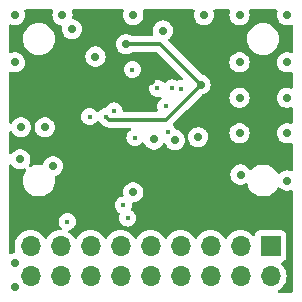
<source format=gbr>
%TF.GenerationSoftware,KiCad,Pcbnew,7.0.5*%
%TF.CreationDate,2024-03-10T15:58:08+09:00*%
%TF.ProjectId,camera_exp,63616d65-7261-45f6-9578-702e6b696361,rev?*%
%TF.SameCoordinates,Original*%
%TF.FileFunction,Copper,L3,Inr*%
%TF.FilePolarity,Positive*%
%FSLAX46Y46*%
G04 Gerber Fmt 4.6, Leading zero omitted, Abs format (unit mm)*
G04 Created by KiCad (PCBNEW 7.0.5) date 2024-03-10 15:58:08*
%MOMM*%
%LPD*%
G01*
G04 APERTURE LIST*
%TA.AperFunction,ComponentPad*%
%ADD10R,1.700000X1.700000*%
%TD*%
%TA.AperFunction,ComponentPad*%
%ADD11O,1.700000X1.700000*%
%TD*%
%TA.AperFunction,ViaPad*%
%ADD12C,0.450000*%
%TD*%
%TA.AperFunction,ViaPad*%
%ADD13C,0.700000*%
%TD*%
%TA.AperFunction,Conductor*%
%ADD14C,0.350000*%
%TD*%
G04 APERTURE END LIST*
D10*
%TO.N,/DVP_0*%
%TO.C,J1*%
X102620000Y-57560000D03*
D11*
%TO.N,/DVP_1*%
X102620000Y-60100000D03*
%TO.N,/DVP_2*%
X100080000Y-57560000D03*
%TO.N,/DVP_3*%
X100080000Y-60100000D03*
%TO.N,/DVP_4*%
X97540000Y-57560000D03*
%TO.N,/DVP_5*%
X97540000Y-60100000D03*
%TO.N,/DVP_6*%
X95000000Y-57560000D03*
%TO.N,/DVP_7*%
X95000000Y-60100000D03*
%TO.N,/DVP_8*%
X92460000Y-57560000D03*
%TO.N,/DVP_9*%
X92460000Y-60100000D03*
%TO.N,/VSYNC*%
X89920000Y-57560000D03*
%TO.N,/HREF*%
X89920000Y-60100000D03*
%TO.N,/PCLK*%
X87380000Y-57560000D03*
%TO.N,/EXCLK*%
X87380000Y-60100000D03*
%TO.N,/SDA*%
X84840000Y-57560000D03*
%TO.N,/SCL*%
X84840000Y-60100000D03*
%TO.N,+3V3*%
X82300000Y-57560000D03*
%TO.N,GND*%
X82300000Y-60100000D03*
%TD*%
D12*
%TO.N,GND*%
X87310000Y-46590000D03*
%TO.N,/SCL*%
X85410000Y-55480000D03*
%TO.N,/DVP_9*%
X90520000Y-55170000D03*
%TO.N,/DVP_6*%
X90170000Y-54090000D03*
%TO.N,+2V8*%
X90830000Y-43780000D03*
%TO.N,+1V8*%
X88700000Y-46590000D03*
%TO.N,/DVDD*%
X89370000Y-46110000D03*
%TO.N,GND*%
X91150000Y-48360000D03*
X93910000Y-47910000D03*
X93050000Y-44190000D03*
X95000000Y-44230000D03*
%TO.N,/DVDD*%
X94270000Y-44170000D03*
%TO.N,GND*%
X93750000Y-45720000D03*
%TO.N,/RSTB*%
X90921578Y-42602637D03*
D13*
%TO.N,/VR*%
X93500000Y-39300000D03*
%TO.N,+2V8*%
X103800000Y-55800000D03*
X101600000Y-55800000D03*
X81900000Y-54700000D03*
X83800000Y-54200000D03*
%TO.N,GND*%
X87800000Y-41500000D03*
X83500000Y-47500000D03*
X84201728Y-50798272D03*
X81434500Y-50200000D03*
X81500000Y-47500000D03*
X81000000Y-59000000D03*
X81000000Y-61000000D03*
X91000000Y-53000000D03*
X100080000Y-51490000D03*
X104000000Y-52000000D03*
X100000000Y-45000000D03*
X100000000Y-48000000D03*
X104000000Y-48000000D03*
X104000000Y-45000000D03*
X100000000Y-42000000D03*
X104000000Y-42000000D03*
X104000000Y-38000000D03*
X100000000Y-38000000D03*
X97000000Y-38000000D03*
X91000000Y-38000000D03*
X85000000Y-38000000D03*
X81000000Y-38000000D03*
X81000000Y-42000000D03*
%TO.N,+2V8*%
X89300000Y-42300000D03*
X96200000Y-47250000D03*
X84300000Y-45500000D03*
X85300000Y-44800000D03*
%TO.N,+1V8*%
X90400000Y-40450000D03*
X96700000Y-43870000D03*
%TO.N,GND*%
X85800000Y-39200000D03*
%TO.N,+2V8*%
X92511128Y-43570628D03*
%TO.N,/DVDD*%
X96500000Y-48330000D03*
X94520000Y-48570000D03*
%TO.N,/EXCLK*%
X92728200Y-48521800D03*
%TD*%
D14*
%TO.N,+1V8*%
X88940000Y-46840000D02*
X93730000Y-46840000D01*
X88700000Y-46600000D02*
X88940000Y-46840000D01*
X93730000Y-46840000D02*
X96700000Y-43870000D01*
X90400000Y-40450000D02*
X93280000Y-40450000D01*
X93280000Y-40450000D02*
X96700000Y-43870000D01*
%TD*%
%TA.AperFunction,Conductor*%
%TO.N,+2V8*%
G36*
X84164396Y-37520185D02*
G01*
X84210151Y-37572989D01*
X84220095Y-37642147D01*
X84215288Y-37662818D01*
X84163504Y-37822192D01*
X84163503Y-37822194D01*
X84144815Y-37999999D01*
X84163503Y-38177805D01*
X84163504Y-38177807D01*
X84218747Y-38347829D01*
X84218750Y-38347835D01*
X84308141Y-38502665D01*
X84349812Y-38548946D01*
X84427764Y-38635521D01*
X84427767Y-38635523D01*
X84427770Y-38635526D01*
X84572407Y-38740612D01*
X84735733Y-38813329D01*
X84735735Y-38813329D01*
X84735736Y-38813330D01*
X84786442Y-38824107D01*
X84877563Y-38843476D01*
X84939044Y-38876667D01*
X84972821Y-38937830D01*
X84969714Y-39003081D01*
X84963503Y-39022194D01*
X84944815Y-39200000D01*
X84963503Y-39377805D01*
X84963504Y-39377807D01*
X85018747Y-39547829D01*
X85018750Y-39547835D01*
X85108141Y-39702665D01*
X85143429Y-39741856D01*
X85227764Y-39835521D01*
X85227767Y-39835523D01*
X85227770Y-39835526D01*
X85372407Y-39940612D01*
X85535733Y-40013329D01*
X85710609Y-40050500D01*
X85710610Y-40050500D01*
X85889389Y-40050500D01*
X85889391Y-40050500D01*
X86064267Y-40013329D01*
X86227593Y-39940612D01*
X86372230Y-39835526D01*
X86391185Y-39814475D01*
X86428813Y-39772684D01*
X86491859Y-39702665D01*
X86581250Y-39547835D01*
X86636497Y-39377803D01*
X86655185Y-39200000D01*
X86636497Y-39022197D01*
X86581250Y-38852165D01*
X86491859Y-38697335D01*
X86436201Y-38635521D01*
X86372235Y-38564478D01*
X86372232Y-38564476D01*
X86372231Y-38564475D01*
X86372230Y-38564474D01*
X86227593Y-38459388D01*
X86064267Y-38386671D01*
X86064265Y-38386670D01*
X85922436Y-38356524D01*
X85860954Y-38323332D01*
X85827178Y-38262169D01*
X85830286Y-38196915D01*
X85836497Y-38177803D01*
X85855185Y-38000000D01*
X85836497Y-37822197D01*
X85816858Y-37761756D01*
X85784712Y-37662818D01*
X85782717Y-37592977D01*
X85818798Y-37533144D01*
X85881499Y-37502316D01*
X85902643Y-37500500D01*
X90097357Y-37500500D01*
X90164396Y-37520185D01*
X90210151Y-37572989D01*
X90220095Y-37642147D01*
X90215288Y-37662818D01*
X90163504Y-37822192D01*
X90163503Y-37822194D01*
X90144815Y-38000000D01*
X90163503Y-38177805D01*
X90163504Y-38177807D01*
X90218747Y-38347829D01*
X90218750Y-38347835D01*
X90308141Y-38502665D01*
X90349812Y-38548946D01*
X90427764Y-38635521D01*
X90427767Y-38635523D01*
X90427770Y-38635526D01*
X90572407Y-38740612D01*
X90735733Y-38813329D01*
X90910609Y-38850500D01*
X90910610Y-38850500D01*
X91089389Y-38850500D01*
X91089391Y-38850500D01*
X91264267Y-38813329D01*
X91427593Y-38740612D01*
X91572230Y-38635526D01*
X91691859Y-38502665D01*
X91781250Y-38347835D01*
X91836497Y-38177803D01*
X91855185Y-38000000D01*
X91836497Y-37822197D01*
X91816858Y-37761756D01*
X91784712Y-37662818D01*
X91782717Y-37592977D01*
X91818798Y-37533144D01*
X91881499Y-37502316D01*
X91902643Y-37500500D01*
X96097357Y-37500500D01*
X96164396Y-37520185D01*
X96210151Y-37572989D01*
X96220095Y-37642147D01*
X96215288Y-37662818D01*
X96163504Y-37822192D01*
X96163503Y-37822194D01*
X96144815Y-38000000D01*
X96163503Y-38177805D01*
X96163504Y-38177807D01*
X96218747Y-38347829D01*
X96218750Y-38347835D01*
X96308141Y-38502665D01*
X96349812Y-38548946D01*
X96427764Y-38635521D01*
X96427767Y-38635523D01*
X96427770Y-38635526D01*
X96572407Y-38740612D01*
X96735733Y-38813329D01*
X96910609Y-38850500D01*
X96910610Y-38850500D01*
X97089389Y-38850500D01*
X97089391Y-38850500D01*
X97264267Y-38813329D01*
X97427593Y-38740612D01*
X97572230Y-38635526D01*
X97691859Y-38502665D01*
X97781250Y-38347835D01*
X97836497Y-38177803D01*
X97855185Y-38000000D01*
X97836497Y-37822197D01*
X97816858Y-37761756D01*
X97784712Y-37662818D01*
X97782717Y-37592977D01*
X97818798Y-37533144D01*
X97881499Y-37502316D01*
X97902643Y-37500500D01*
X99097357Y-37500500D01*
X99164396Y-37520185D01*
X99210151Y-37572989D01*
X99220095Y-37642147D01*
X99215288Y-37662818D01*
X99163504Y-37822192D01*
X99163503Y-37822194D01*
X99144815Y-38000000D01*
X99163503Y-38177805D01*
X99163504Y-38177807D01*
X99218747Y-38347829D01*
X99218750Y-38347835D01*
X99308141Y-38502665D01*
X99349812Y-38548946D01*
X99427764Y-38635521D01*
X99427767Y-38635523D01*
X99427770Y-38635526D01*
X99572407Y-38740612D01*
X99735733Y-38813329D01*
X99910609Y-38850500D01*
X99910610Y-38850500D01*
X100089389Y-38850500D01*
X100089391Y-38850500D01*
X100264267Y-38813329D01*
X100427593Y-38740612D01*
X100572230Y-38635526D01*
X100691859Y-38502665D01*
X100781250Y-38347835D01*
X100836497Y-38177803D01*
X100855185Y-38000000D01*
X100836497Y-37822197D01*
X100816858Y-37761756D01*
X100784712Y-37662818D01*
X100782717Y-37592977D01*
X100818798Y-37533144D01*
X100881499Y-37502316D01*
X100902643Y-37500500D01*
X103097357Y-37500500D01*
X103164396Y-37520185D01*
X103210151Y-37572989D01*
X103220095Y-37642147D01*
X103215288Y-37662818D01*
X103163504Y-37822192D01*
X103163503Y-37822194D01*
X103144815Y-37999999D01*
X103163503Y-38177805D01*
X103163504Y-38177807D01*
X103218747Y-38347829D01*
X103218750Y-38347835D01*
X103308141Y-38502665D01*
X103349812Y-38548946D01*
X103427764Y-38635521D01*
X103427767Y-38635523D01*
X103427770Y-38635526D01*
X103572407Y-38740612D01*
X103735733Y-38813329D01*
X103910609Y-38850500D01*
X103910610Y-38850500D01*
X104089389Y-38850500D01*
X104089391Y-38850500D01*
X104264267Y-38813329D01*
X104325065Y-38786259D01*
X104394314Y-38776975D01*
X104457590Y-38806603D01*
X104494804Y-38865737D01*
X104499500Y-38899539D01*
X104499500Y-41100460D01*
X104479815Y-41167499D01*
X104427011Y-41213254D01*
X104357853Y-41223198D01*
X104325065Y-41213740D01*
X104264267Y-41186671D01*
X104264265Y-41186670D01*
X104101952Y-41152170D01*
X104089391Y-41149500D01*
X103910609Y-41149500D01*
X103898048Y-41152170D01*
X103735733Y-41186670D01*
X103735728Y-41186672D01*
X103572408Y-41259387D01*
X103427768Y-41364475D01*
X103308140Y-41497336D01*
X103218750Y-41652164D01*
X103218747Y-41652170D01*
X103163504Y-41822192D01*
X103163503Y-41822194D01*
X103144815Y-42000000D01*
X103163503Y-42177805D01*
X103163504Y-42177807D01*
X103218747Y-42347829D01*
X103218750Y-42347835D01*
X103308141Y-42502665D01*
X103349812Y-42548946D01*
X103427764Y-42635521D01*
X103427767Y-42635523D01*
X103427770Y-42635526D01*
X103572407Y-42740612D01*
X103735733Y-42813329D01*
X103910609Y-42850500D01*
X103910610Y-42850500D01*
X104089389Y-42850500D01*
X104089391Y-42850500D01*
X104264267Y-42813329D01*
X104325065Y-42786259D01*
X104394314Y-42776975D01*
X104457590Y-42806603D01*
X104494804Y-42865737D01*
X104499500Y-42899539D01*
X104499500Y-44100460D01*
X104479815Y-44167499D01*
X104427011Y-44213254D01*
X104357853Y-44223198D01*
X104325065Y-44213740D01*
X104264267Y-44186671D01*
X104264265Y-44186670D01*
X104136594Y-44159533D01*
X104089391Y-44149500D01*
X103910609Y-44149500D01*
X103879954Y-44156015D01*
X103735733Y-44186670D01*
X103735728Y-44186672D01*
X103572408Y-44259387D01*
X103427768Y-44364475D01*
X103308140Y-44497336D01*
X103218750Y-44652164D01*
X103218747Y-44652170D01*
X103163504Y-44822192D01*
X103163503Y-44822194D01*
X103144815Y-45000000D01*
X103163503Y-45177805D01*
X103163504Y-45177807D01*
X103218747Y-45347829D01*
X103218750Y-45347835D01*
X103308141Y-45502665D01*
X103341030Y-45539192D01*
X103427764Y-45635521D01*
X103427767Y-45635523D01*
X103427770Y-45635526D01*
X103572407Y-45740612D01*
X103735733Y-45813329D01*
X103910609Y-45850500D01*
X103910610Y-45850500D01*
X104089389Y-45850500D01*
X104089391Y-45850500D01*
X104264267Y-45813329D01*
X104325065Y-45786259D01*
X104394314Y-45776975D01*
X104457590Y-45806603D01*
X104494804Y-45865737D01*
X104499500Y-45899539D01*
X104499500Y-47100460D01*
X104479815Y-47167499D01*
X104427011Y-47213254D01*
X104357853Y-47223198D01*
X104325065Y-47213740D01*
X104264267Y-47186671D01*
X104264265Y-47186670D01*
X104101952Y-47152170D01*
X104089391Y-47149500D01*
X103910609Y-47149500D01*
X103898048Y-47152170D01*
X103735733Y-47186670D01*
X103735728Y-47186672D01*
X103572408Y-47259387D01*
X103427768Y-47364475D01*
X103308140Y-47497336D01*
X103218750Y-47652164D01*
X103218747Y-47652170D01*
X103163504Y-47822192D01*
X103163503Y-47822194D01*
X103144815Y-48000000D01*
X103163503Y-48177805D01*
X103163504Y-48177807D01*
X103218747Y-48347829D01*
X103218750Y-48347835D01*
X103308141Y-48502665D01*
X103349812Y-48548946D01*
X103427764Y-48635521D01*
X103427767Y-48635523D01*
X103427770Y-48635526D01*
X103572407Y-48740612D01*
X103735733Y-48813329D01*
X103910609Y-48850500D01*
X103910610Y-48850500D01*
X104089389Y-48850500D01*
X104089391Y-48850500D01*
X104264267Y-48813329D01*
X104325065Y-48786259D01*
X104394314Y-48776975D01*
X104457590Y-48806603D01*
X104494804Y-48865737D01*
X104499500Y-48899539D01*
X104499500Y-51100460D01*
X104479815Y-51167499D01*
X104427011Y-51213254D01*
X104357853Y-51223198D01*
X104325065Y-51213740D01*
X104264267Y-51186671D01*
X104264265Y-51186670D01*
X104126633Y-51157416D01*
X104089391Y-51149500D01*
X103910609Y-51149500D01*
X103879954Y-51156015D01*
X103735733Y-51186670D01*
X103735728Y-51186672D01*
X103572408Y-51259387D01*
X103427768Y-51364475D01*
X103398959Y-51396471D01*
X103339472Y-51433119D01*
X103269615Y-51431788D01*
X103211567Y-51392901D01*
X103194428Y-51365903D01*
X103174035Y-51322171D01*
X103174034Y-51322169D01*
X103038494Y-51128597D01*
X102871402Y-50961505D01*
X102677830Y-50825965D01*
X102677828Y-50825964D01*
X102506426Y-50746038D01*
X102463663Y-50726097D01*
X102463659Y-50726096D01*
X102463655Y-50726094D01*
X102235413Y-50664938D01*
X102235403Y-50664936D01*
X102058967Y-50649500D01*
X102058966Y-50649500D01*
X101941034Y-50649500D01*
X101941033Y-50649500D01*
X101764596Y-50664936D01*
X101764586Y-50664938D01*
X101536344Y-50726094D01*
X101536335Y-50726098D01*
X101322171Y-50825964D01*
X101322169Y-50825965D01*
X101128600Y-50961503D01*
X101007248Y-51082855D01*
X100945925Y-51116339D01*
X100876233Y-51111355D01*
X100820300Y-51069483D01*
X100812180Y-51057173D01*
X100807487Y-51049046D01*
X100771859Y-50987335D01*
X100725003Y-50935296D01*
X100652235Y-50854478D01*
X100652232Y-50854476D01*
X100652231Y-50854475D01*
X100652230Y-50854474D01*
X100507593Y-50749388D01*
X100344267Y-50676671D01*
X100344265Y-50676670D01*
X100216437Y-50649500D01*
X100169391Y-50639500D01*
X99990609Y-50639500D01*
X99959954Y-50646015D01*
X99815733Y-50676670D01*
X99815728Y-50676672D01*
X99652408Y-50749387D01*
X99507768Y-50854475D01*
X99388140Y-50987336D01*
X99298750Y-51142164D01*
X99298747Y-51142170D01*
X99243504Y-51312192D01*
X99243503Y-51312194D01*
X99224815Y-51490000D01*
X99243503Y-51667805D01*
X99243504Y-51667807D01*
X99298747Y-51837829D01*
X99298750Y-51837835D01*
X99388141Y-51992665D01*
X99429812Y-52038946D01*
X99507764Y-52125521D01*
X99507767Y-52125523D01*
X99507770Y-52125526D01*
X99652407Y-52230612D01*
X99815733Y-52303329D01*
X99990609Y-52340500D01*
X99990610Y-52340500D01*
X100169389Y-52340500D01*
X100169391Y-52340500D01*
X100344267Y-52303329D01*
X100507593Y-52230612D01*
X100507595Y-52230610D01*
X100513530Y-52227968D01*
X100514666Y-52230520D01*
X100570586Y-52216904D01*
X100636633Y-52239699D01*
X100679871Y-52294583D01*
X100684568Y-52308675D01*
X100726095Y-52463658D01*
X100726096Y-52463660D01*
X100726097Y-52463663D01*
X100741799Y-52497335D01*
X100825964Y-52677828D01*
X100825965Y-52677830D01*
X100961505Y-52871402D01*
X101128597Y-53038494D01*
X101322169Y-53174034D01*
X101322171Y-53174035D01*
X101536337Y-53273903D01*
X101764592Y-53335063D01*
X101941032Y-53350499D01*
X101941033Y-53350500D01*
X101941034Y-53350500D01*
X102058967Y-53350500D01*
X102058967Y-53350499D01*
X102235408Y-53335063D01*
X102463663Y-53273903D01*
X102677829Y-53174035D01*
X102871401Y-53038495D01*
X103038495Y-52871401D01*
X103174035Y-52677830D01*
X103194428Y-52634096D01*
X103240598Y-52581659D01*
X103307791Y-52562506D01*
X103374673Y-52582721D01*
X103398958Y-52603529D01*
X103427763Y-52635520D01*
X103427767Y-52635523D01*
X103427770Y-52635526D01*
X103572407Y-52740612D01*
X103735733Y-52813329D01*
X103910609Y-52850500D01*
X103910610Y-52850500D01*
X104089389Y-52850500D01*
X104089391Y-52850500D01*
X104264267Y-52813329D01*
X104325065Y-52786259D01*
X104394314Y-52776975D01*
X104457590Y-52806603D01*
X104494804Y-52865737D01*
X104499500Y-52899539D01*
X104499500Y-61375500D01*
X104479815Y-61442539D01*
X104427011Y-61488294D01*
X104375500Y-61499500D01*
X103369110Y-61499500D01*
X103302071Y-61479815D01*
X103256316Y-61427011D01*
X103246372Y-61357853D01*
X103275397Y-61294297D01*
X103297987Y-61273925D01*
X103491401Y-61138495D01*
X103658495Y-60971401D01*
X103794035Y-60777830D01*
X103893903Y-60563663D01*
X103955063Y-60335408D01*
X103975659Y-60100000D01*
X103955063Y-59864592D01*
X103893903Y-59636337D01*
X103794035Y-59422171D01*
X103788424Y-59414158D01*
X103658496Y-59228600D01*
X103658493Y-59228597D01*
X103536567Y-59106671D01*
X103503084Y-59045351D01*
X103508068Y-58975659D01*
X103549939Y-58919725D01*
X103580915Y-58902810D01*
X103712331Y-58853796D01*
X103827546Y-58767546D01*
X103913796Y-58652331D01*
X103964091Y-58517483D01*
X103970500Y-58457873D01*
X103970499Y-56662128D01*
X103964091Y-56602517D01*
X103962810Y-56599083D01*
X103913797Y-56467671D01*
X103913793Y-56467664D01*
X103827547Y-56352455D01*
X103827544Y-56352452D01*
X103712335Y-56266206D01*
X103712328Y-56266202D01*
X103577482Y-56215908D01*
X103577483Y-56215908D01*
X103517883Y-56209501D01*
X103517881Y-56209500D01*
X103517873Y-56209500D01*
X103517864Y-56209500D01*
X101722129Y-56209500D01*
X101722123Y-56209501D01*
X101662516Y-56215908D01*
X101527671Y-56266202D01*
X101527664Y-56266206D01*
X101412455Y-56352452D01*
X101412452Y-56352455D01*
X101326206Y-56467664D01*
X101326203Y-56467669D01*
X101277189Y-56599083D01*
X101235317Y-56655016D01*
X101169853Y-56679433D01*
X101101580Y-56664581D01*
X101073326Y-56643430D01*
X100951402Y-56521506D01*
X100951395Y-56521501D01*
X100757834Y-56385967D01*
X100757830Y-56385965D01*
X100757830Y-56385964D01*
X100543663Y-56286097D01*
X100543659Y-56286096D01*
X100543655Y-56286094D01*
X100315413Y-56224938D01*
X100315403Y-56224936D01*
X100080001Y-56204341D01*
X100079999Y-56204341D01*
X99844596Y-56224936D01*
X99844586Y-56224938D01*
X99616344Y-56286094D01*
X99616335Y-56286098D01*
X99402171Y-56385964D01*
X99402169Y-56385965D01*
X99208597Y-56521505D01*
X99041505Y-56688597D01*
X98911575Y-56874158D01*
X98856998Y-56917783D01*
X98787500Y-56924977D01*
X98725145Y-56893454D01*
X98708425Y-56874158D01*
X98578494Y-56688597D01*
X98411402Y-56521506D01*
X98411395Y-56521501D01*
X98217834Y-56385967D01*
X98217830Y-56385965D01*
X98217829Y-56385964D01*
X98003663Y-56286097D01*
X98003659Y-56286096D01*
X98003655Y-56286094D01*
X97775413Y-56224938D01*
X97775403Y-56224936D01*
X97540001Y-56204341D01*
X97539999Y-56204341D01*
X97304596Y-56224936D01*
X97304586Y-56224938D01*
X97076344Y-56286094D01*
X97076335Y-56286098D01*
X96862171Y-56385964D01*
X96862169Y-56385965D01*
X96668597Y-56521505D01*
X96501505Y-56688597D01*
X96371575Y-56874158D01*
X96316998Y-56917783D01*
X96247500Y-56924977D01*
X96185145Y-56893454D01*
X96168425Y-56874158D01*
X96038494Y-56688597D01*
X95871402Y-56521506D01*
X95871395Y-56521501D01*
X95677834Y-56385967D01*
X95677830Y-56385965D01*
X95677830Y-56385964D01*
X95463663Y-56286097D01*
X95463659Y-56286096D01*
X95463655Y-56286094D01*
X95235413Y-56224938D01*
X95235403Y-56224936D01*
X95000001Y-56204341D01*
X94999999Y-56204341D01*
X94764596Y-56224936D01*
X94764586Y-56224938D01*
X94536344Y-56286094D01*
X94536335Y-56286098D01*
X94322171Y-56385964D01*
X94322169Y-56385965D01*
X94128597Y-56521505D01*
X93961505Y-56688597D01*
X93831575Y-56874158D01*
X93776998Y-56917783D01*
X93707500Y-56924977D01*
X93645145Y-56893454D01*
X93628425Y-56874158D01*
X93498494Y-56688597D01*
X93331402Y-56521506D01*
X93331395Y-56521501D01*
X93137834Y-56385967D01*
X93137830Y-56385965D01*
X93137830Y-56385964D01*
X92923663Y-56286097D01*
X92923659Y-56286096D01*
X92923655Y-56286094D01*
X92695413Y-56224938D01*
X92695403Y-56224936D01*
X92460001Y-56204341D01*
X92459999Y-56204341D01*
X92224596Y-56224936D01*
X92224586Y-56224938D01*
X91996344Y-56286094D01*
X91996335Y-56286098D01*
X91782171Y-56385964D01*
X91782169Y-56385965D01*
X91588597Y-56521505D01*
X91421505Y-56688597D01*
X91291575Y-56874158D01*
X91236998Y-56917783D01*
X91167500Y-56924977D01*
X91105145Y-56893454D01*
X91088425Y-56874158D01*
X90958494Y-56688597D01*
X90791402Y-56521506D01*
X90791395Y-56521501D01*
X90597834Y-56385967D01*
X90597830Y-56385965D01*
X90597829Y-56385964D01*
X90383663Y-56286097D01*
X90383659Y-56286096D01*
X90383655Y-56286094D01*
X90155413Y-56224938D01*
X90155403Y-56224936D01*
X89920001Y-56204341D01*
X89919999Y-56204341D01*
X89684596Y-56224936D01*
X89684586Y-56224938D01*
X89456344Y-56286094D01*
X89456335Y-56286098D01*
X89242171Y-56385964D01*
X89242169Y-56385965D01*
X89048597Y-56521505D01*
X88881505Y-56688597D01*
X88751575Y-56874158D01*
X88696998Y-56917783D01*
X88627500Y-56924977D01*
X88565145Y-56893454D01*
X88548425Y-56874158D01*
X88418494Y-56688597D01*
X88251402Y-56521506D01*
X88251395Y-56521501D01*
X88057834Y-56385967D01*
X88057830Y-56385965D01*
X88057829Y-56385964D01*
X87843663Y-56286097D01*
X87843659Y-56286096D01*
X87843655Y-56286094D01*
X87615413Y-56224938D01*
X87615403Y-56224936D01*
X87380001Y-56204341D01*
X87379999Y-56204341D01*
X87144596Y-56224936D01*
X87144586Y-56224938D01*
X86916344Y-56286094D01*
X86916335Y-56286098D01*
X86702171Y-56385964D01*
X86702169Y-56385965D01*
X86508597Y-56521505D01*
X86341508Y-56688594D01*
X86211574Y-56874159D01*
X86156997Y-56917784D01*
X86087498Y-56924976D01*
X86025144Y-56893454D01*
X86008424Y-56874158D01*
X85878494Y-56688597D01*
X85711402Y-56521506D01*
X85711401Y-56521505D01*
X85549251Y-56407966D01*
X85505626Y-56353389D01*
X85498434Y-56283890D01*
X85529956Y-56221536D01*
X85579417Y-56189351D01*
X85697903Y-56147891D01*
X85726773Y-56137790D01*
X85745957Y-56125736D01*
X85865204Y-56050808D01*
X85980808Y-55935204D01*
X86067789Y-55796775D01*
X86121786Y-55642461D01*
X86121787Y-55642455D01*
X86140091Y-55480003D01*
X86140091Y-55479996D01*
X86121787Y-55317544D01*
X86121786Y-55317542D01*
X86121786Y-55317539D01*
X86067789Y-55163225D01*
X85980808Y-55024796D01*
X85865204Y-54909192D01*
X85794488Y-54864758D01*
X85726774Y-54822210D01*
X85580837Y-54771145D01*
X85572461Y-54768214D01*
X85572460Y-54768213D01*
X85572455Y-54768212D01*
X85410004Y-54749909D01*
X85409996Y-54749909D01*
X85247544Y-54768212D01*
X85093225Y-54822210D01*
X84954795Y-54909192D01*
X84839192Y-55024795D01*
X84752210Y-55163225D01*
X84698212Y-55317544D01*
X84679909Y-55479996D01*
X84679909Y-55480003D01*
X84698212Y-55642455D01*
X84752210Y-55796774D01*
X84839192Y-55935204D01*
X84898709Y-55994721D01*
X84932194Y-56056044D01*
X84927210Y-56125736D01*
X84885338Y-56181669D01*
X84821836Y-56205930D01*
X84604596Y-56224936D01*
X84604586Y-56224938D01*
X84376344Y-56286094D01*
X84376335Y-56286098D01*
X84162171Y-56385964D01*
X84162169Y-56385965D01*
X83968597Y-56521505D01*
X83801505Y-56688597D01*
X83671575Y-56874158D01*
X83616998Y-56917783D01*
X83547500Y-56924977D01*
X83485145Y-56893454D01*
X83468425Y-56874158D01*
X83338494Y-56688597D01*
X83171402Y-56521506D01*
X83171395Y-56521501D01*
X82977834Y-56385967D01*
X82977830Y-56385965D01*
X82977830Y-56385964D01*
X82763663Y-56286097D01*
X82763659Y-56286096D01*
X82763655Y-56286094D01*
X82535413Y-56224938D01*
X82535403Y-56224936D01*
X82300001Y-56204341D01*
X82299999Y-56204341D01*
X82064596Y-56224936D01*
X82064586Y-56224938D01*
X81836344Y-56286094D01*
X81836335Y-56286098D01*
X81622171Y-56385964D01*
X81622169Y-56385965D01*
X81428597Y-56521505D01*
X81261505Y-56688597D01*
X81125965Y-56882169D01*
X81125964Y-56882171D01*
X81026098Y-57096335D01*
X81026094Y-57096344D01*
X80964938Y-57324586D01*
X80964936Y-57324596D01*
X80944341Y-57559999D01*
X80944341Y-57560000D01*
X80964936Y-57795403D01*
X80964938Y-57795413D01*
X81018151Y-57994009D01*
X81016488Y-58063859D01*
X80977325Y-58121721D01*
X80916852Y-58147616D01*
X80916966Y-58148149D01*
X80914273Y-58148721D01*
X80913097Y-58149225D01*
X80911358Y-58149421D01*
X80910612Y-58149499D01*
X80735733Y-58186670D01*
X80674935Y-58213740D01*
X80605685Y-58223024D01*
X80542409Y-58193396D01*
X80505196Y-58134261D01*
X80500500Y-58100460D01*
X80500500Y-54090003D01*
X89439909Y-54090003D01*
X89458212Y-54252455D01*
X89512210Y-54406774D01*
X89599192Y-54545204D01*
X89714797Y-54660809D01*
X89807106Y-54718811D01*
X89853396Y-54771145D01*
X89864044Y-54840199D01*
X89858175Y-54864758D01*
X89808212Y-55007544D01*
X89789909Y-55169996D01*
X89789909Y-55170003D01*
X89808212Y-55332455D01*
X89862210Y-55486774D01*
X89862211Y-55486775D01*
X89949192Y-55625204D01*
X90064796Y-55740808D01*
X90203225Y-55827789D01*
X90357539Y-55881786D01*
X90357542Y-55881786D01*
X90357544Y-55881787D01*
X90519996Y-55900091D01*
X90520000Y-55900091D01*
X90520004Y-55900091D01*
X90682455Y-55881787D01*
X90682456Y-55881786D01*
X90682461Y-55881786D01*
X90836775Y-55827789D01*
X90975204Y-55740808D01*
X91090808Y-55625204D01*
X91177789Y-55486775D01*
X91231786Y-55332461D01*
X91233467Y-55317544D01*
X91250091Y-55170003D01*
X91250091Y-55169996D01*
X91231787Y-55007544D01*
X91231786Y-55007542D01*
X91231786Y-55007539D01*
X91177789Y-54853225D01*
X91090808Y-54714796D01*
X90975204Y-54599192D01*
X90882890Y-54541187D01*
X90836602Y-54488856D01*
X90825953Y-54419802D01*
X90831821Y-54395249D01*
X90881786Y-54252461D01*
X90881786Y-54252459D01*
X90881787Y-54252457D01*
X90900091Y-54090003D01*
X90900091Y-54089997D01*
X90888642Y-53988384D01*
X90900696Y-53919562D01*
X90948046Y-53868182D01*
X91011862Y-53850500D01*
X91089389Y-53850500D01*
X91089391Y-53850500D01*
X91264267Y-53813329D01*
X91427593Y-53740612D01*
X91572230Y-53635526D01*
X91572888Y-53634796D01*
X91598148Y-53606741D01*
X91691859Y-53502665D01*
X91781250Y-53347835D01*
X91836497Y-53177803D01*
X91855185Y-53000000D01*
X91836497Y-52822197D01*
X91793013Y-52688367D01*
X91781252Y-52652170D01*
X91781249Y-52652164D01*
X91771643Y-52635526D01*
X91691859Y-52497335D01*
X91645003Y-52445296D01*
X91572235Y-52364478D01*
X91572232Y-52364476D01*
X91572231Y-52364475D01*
X91572230Y-52364474D01*
X91427593Y-52259388D01*
X91264267Y-52186671D01*
X91264265Y-52186670D01*
X91136594Y-52159533D01*
X91089391Y-52149500D01*
X90910609Y-52149500D01*
X90879954Y-52156015D01*
X90735733Y-52186670D01*
X90735728Y-52186672D01*
X90572408Y-52259387D01*
X90427768Y-52364475D01*
X90308140Y-52497336D01*
X90218750Y-52652164D01*
X90218747Y-52652170D01*
X90163504Y-52822192D01*
X90163503Y-52822194D01*
X90144815Y-53000000D01*
X90163503Y-53177805D01*
X90173854Y-53209661D01*
X90175848Y-53279502D01*
X90139766Y-53339334D01*
X90077065Y-53370161D01*
X90069806Y-53371197D01*
X90007544Y-53378212D01*
X89853225Y-53432210D01*
X89714795Y-53519192D01*
X89599192Y-53634795D01*
X89512210Y-53773225D01*
X89458212Y-53927544D01*
X89439909Y-54089996D01*
X89439909Y-54090003D01*
X80500500Y-54090003D01*
X80500500Y-50746038D01*
X80520185Y-50678999D01*
X80572989Y-50633244D01*
X80642147Y-50623300D01*
X80705703Y-50652325D01*
X80731887Y-50684039D01*
X80739688Y-50697551D01*
X80742640Y-50702663D01*
X80742639Y-50702663D01*
X80862264Y-50835521D01*
X80862267Y-50835523D01*
X80862270Y-50835526D01*
X81006907Y-50940612D01*
X81170233Y-51013329D01*
X81345109Y-51050500D01*
X81345110Y-51050500D01*
X81523889Y-51050500D01*
X81523891Y-51050500D01*
X81698767Y-51013329D01*
X81789317Y-50973013D01*
X81858565Y-50963729D01*
X81921842Y-50993357D01*
X81959055Y-51052492D01*
X81958390Y-51122358D01*
X81941326Y-51157416D01*
X81825967Y-51322165D01*
X81825965Y-51322169D01*
X81726098Y-51536335D01*
X81726094Y-51536344D01*
X81664938Y-51764586D01*
X81664936Y-51764596D01*
X81644341Y-51999999D01*
X81644341Y-52000000D01*
X81664936Y-52235403D01*
X81664938Y-52235413D01*
X81726094Y-52463655D01*
X81726096Y-52463659D01*
X81726097Y-52463663D01*
X81741799Y-52497335D01*
X81825964Y-52677828D01*
X81825965Y-52677830D01*
X81961505Y-52871402D01*
X82128597Y-53038494D01*
X82322169Y-53174034D01*
X82322171Y-53174035D01*
X82536337Y-53273903D01*
X82764592Y-53335063D01*
X82941032Y-53350499D01*
X82941033Y-53350500D01*
X82941034Y-53350500D01*
X83058967Y-53350500D01*
X83058967Y-53350499D01*
X83235408Y-53335063D01*
X83463663Y-53273903D01*
X83677829Y-53174035D01*
X83871401Y-53038495D01*
X84038495Y-52871401D01*
X84174035Y-52677830D01*
X84273903Y-52463663D01*
X84335063Y-52235408D01*
X84355659Y-52000000D01*
X84335063Y-51764592D01*
X84335060Y-51764584D01*
X84334585Y-51761885D01*
X84334720Y-51760673D01*
X84334591Y-51759199D01*
X84334887Y-51759173D01*
X84342325Y-51692445D01*
X84386379Y-51638214D01*
X84430916Y-51619057D01*
X84465995Y-51611601D01*
X84629321Y-51538884D01*
X84773958Y-51433798D01*
X84774570Y-51433119D01*
X84810782Y-51392901D01*
X84893587Y-51300937D01*
X84982978Y-51146107D01*
X85038225Y-50976075D01*
X85056913Y-50798272D01*
X85038225Y-50620469D01*
X84982978Y-50450437D01*
X84893587Y-50295607D01*
X84846731Y-50243568D01*
X84773963Y-50162750D01*
X84773960Y-50162748D01*
X84773959Y-50162747D01*
X84773958Y-50162746D01*
X84629321Y-50057660D01*
X84465995Y-49984943D01*
X84465993Y-49984942D01*
X84338322Y-49957805D01*
X84291119Y-49947772D01*
X84112337Y-49947772D01*
X84081682Y-49954287D01*
X83937461Y-49984942D01*
X83937456Y-49984944D01*
X83774136Y-50057659D01*
X83629496Y-50162747D01*
X83509868Y-50295608D01*
X83420478Y-50450436D01*
X83420476Y-50450440D01*
X83377839Y-50581663D01*
X83338401Y-50639338D01*
X83274042Y-50666536D01*
X83238380Y-50665461D01*
X83235408Y-50664937D01*
X83058967Y-50649500D01*
X83058966Y-50649500D01*
X82941034Y-50649500D01*
X82941033Y-50649500D01*
X82764596Y-50664936D01*
X82764586Y-50664938D01*
X82536344Y-50726094D01*
X82536335Y-50726098D01*
X82317264Y-50828253D01*
X82316767Y-50827187D01*
X82254528Y-50842277D01*
X82188504Y-50819415D01*
X82145322Y-50764488D01*
X82138690Y-50694933D01*
X82153057Y-50656421D01*
X82215750Y-50547835D01*
X82270997Y-50377803D01*
X82289685Y-50200000D01*
X82270997Y-50022197D01*
X82215750Y-49852165D01*
X82126359Y-49697335D01*
X82079503Y-49645296D01*
X82006735Y-49564478D01*
X82006732Y-49564476D01*
X82006731Y-49564475D01*
X82006730Y-49564474D01*
X81862093Y-49459388D01*
X81698767Y-49386671D01*
X81698765Y-49386670D01*
X81571094Y-49359533D01*
X81523891Y-49349500D01*
X81345109Y-49349500D01*
X81314454Y-49356015D01*
X81170233Y-49386670D01*
X81170228Y-49386672D01*
X81006908Y-49459387D01*
X80862268Y-49564475D01*
X80742640Y-49697336D01*
X80731887Y-49715961D01*
X80681320Y-49764177D01*
X80612713Y-49777400D01*
X80547848Y-49751432D01*
X80507320Y-49694518D01*
X80500500Y-49653961D01*
X80500500Y-47932588D01*
X80520185Y-47865549D01*
X80572989Y-47819794D01*
X80642147Y-47809850D01*
X80705703Y-47838875D01*
X80731887Y-47870589D01*
X80808137Y-48002660D01*
X80808139Y-48002663D01*
X80927764Y-48135521D01*
X80927767Y-48135523D01*
X80927770Y-48135526D01*
X81072407Y-48240612D01*
X81235733Y-48313329D01*
X81410609Y-48350500D01*
X81410610Y-48350500D01*
X81589389Y-48350500D01*
X81589391Y-48350500D01*
X81764267Y-48313329D01*
X81927593Y-48240612D01*
X82072230Y-48135526D01*
X82191859Y-48002665D01*
X82281250Y-47847835D01*
X82336497Y-47677803D01*
X82355185Y-47500000D01*
X82644815Y-47500000D01*
X82646444Y-47515500D01*
X82663503Y-47677805D01*
X82663504Y-47677807D01*
X82718747Y-47847829D01*
X82718750Y-47847835D01*
X82808141Y-48002665D01*
X82822970Y-48019134D01*
X82927764Y-48135521D01*
X82927767Y-48135523D01*
X82927770Y-48135526D01*
X83072407Y-48240612D01*
X83235733Y-48313329D01*
X83410609Y-48350500D01*
X83410610Y-48350500D01*
X83589389Y-48350500D01*
X83589391Y-48350500D01*
X83764267Y-48313329D01*
X83927593Y-48240612D01*
X84072230Y-48135526D01*
X84191859Y-48002665D01*
X84281250Y-47847835D01*
X84336497Y-47677803D01*
X84355185Y-47500000D01*
X84336497Y-47322197D01*
X84292462Y-47186671D01*
X84281252Y-47152170D01*
X84281249Y-47152164D01*
X84268113Y-47129411D01*
X84191859Y-46997335D01*
X84145003Y-46945296D01*
X84072235Y-46864478D01*
X84072232Y-46864476D01*
X84072231Y-46864475D01*
X84072230Y-46864474D01*
X83927593Y-46759388D01*
X83764267Y-46686671D01*
X83764265Y-46686670D01*
X83636594Y-46659533D01*
X83589391Y-46649500D01*
X83410609Y-46649500D01*
X83379954Y-46656015D01*
X83235733Y-46686670D01*
X83235728Y-46686672D01*
X83072408Y-46759387D01*
X82927768Y-46864475D01*
X82808140Y-46997336D01*
X82718750Y-47152164D01*
X82718747Y-47152170D01*
X82663504Y-47322192D01*
X82663503Y-47322194D01*
X82649566Y-47454795D01*
X82644815Y-47500000D01*
X82355185Y-47500000D01*
X82336497Y-47322197D01*
X82292462Y-47186671D01*
X82281252Y-47152170D01*
X82281249Y-47152164D01*
X82268113Y-47129411D01*
X82191859Y-46997335D01*
X82145003Y-46945296D01*
X82072235Y-46864478D01*
X82072232Y-46864476D01*
X82072231Y-46864475D01*
X82072230Y-46864474D01*
X81927593Y-46759388D01*
X81764267Y-46686671D01*
X81764265Y-46686670D01*
X81636594Y-46659533D01*
X81589391Y-46649500D01*
X81410609Y-46649500D01*
X81379954Y-46656015D01*
X81235733Y-46686670D01*
X81235728Y-46686672D01*
X81072408Y-46759387D01*
X80927768Y-46864475D01*
X80808140Y-46997336D01*
X80731887Y-47129411D01*
X80681320Y-47177626D01*
X80612713Y-47190850D01*
X80547849Y-47164882D01*
X80507320Y-47107968D01*
X80500500Y-47067411D01*
X80500500Y-46590003D01*
X86579909Y-46590003D01*
X86598212Y-46752455D01*
X86652210Y-46906774D01*
X86709114Y-46997335D01*
X86739192Y-47045204D01*
X86854796Y-47160808D01*
X86993225Y-47247789D01*
X87147539Y-47301786D01*
X87147542Y-47301786D01*
X87147544Y-47301787D01*
X87309996Y-47320091D01*
X87310000Y-47320091D01*
X87310004Y-47320091D01*
X87472455Y-47301787D01*
X87472456Y-47301786D01*
X87472461Y-47301786D01*
X87626775Y-47247789D01*
X87765204Y-47160808D01*
X87880808Y-47045204D01*
X87900006Y-47014649D01*
X87952341Y-46968359D01*
X88021394Y-46957711D01*
X88085243Y-46986086D01*
X88109992Y-47014648D01*
X88129192Y-47045204D01*
X88244796Y-47160808D01*
X88383225Y-47247789D01*
X88383226Y-47247789D01*
X88389122Y-47251494D01*
X88388802Y-47252002D01*
X88415988Y-47271290D01*
X88446618Y-47301920D01*
X88449170Y-47304632D01*
X88488766Y-47349327D01*
X88488767Y-47349328D01*
X88488771Y-47349332D01*
X88537922Y-47383258D01*
X88540923Y-47385465D01*
X88587972Y-47422326D01*
X88587973Y-47422326D01*
X88587974Y-47422327D01*
X88596515Y-47426171D01*
X88616067Y-47437198D01*
X88623774Y-47442518D01*
X88679639Y-47463705D01*
X88683070Y-47465126D01*
X88737561Y-47489650D01*
X88746776Y-47491338D01*
X88768389Y-47497363D01*
X88777155Y-47500688D01*
X88836471Y-47507890D01*
X88840158Y-47508451D01*
X88898915Y-47519219D01*
X88898916Y-47519218D01*
X88898917Y-47519219D01*
X88958534Y-47515613D01*
X88962278Y-47515500D01*
X90699960Y-47515500D01*
X90766999Y-47535185D01*
X90812754Y-47587989D01*
X90822698Y-47657147D01*
X90793673Y-47720703D01*
X90765933Y-47744493D01*
X90694797Y-47789190D01*
X90579192Y-47904795D01*
X90492210Y-48043225D01*
X90438212Y-48197544D01*
X90419909Y-48359996D01*
X90419909Y-48360003D01*
X90438212Y-48522455D01*
X90492210Y-48676774D01*
X90547004Y-48763978D01*
X90579192Y-48815204D01*
X90694796Y-48930808D01*
X90833225Y-49017789D01*
X90987539Y-49071786D01*
X90987542Y-49071786D01*
X90987544Y-49071787D01*
X91149996Y-49090091D01*
X91150000Y-49090091D01*
X91150004Y-49090091D01*
X91312455Y-49071787D01*
X91312456Y-49071786D01*
X91312461Y-49071786D01*
X91466775Y-49017789D01*
X91605204Y-48930808D01*
X91720808Y-48815204D01*
X91720811Y-48815198D01*
X91725151Y-48809758D01*
X91727663Y-48811761D01*
X91769259Y-48774792D01*
X91838286Y-48763978D01*
X91902203Y-48792199D01*
X91940118Y-48848609D01*
X91946948Y-48869631D01*
X91946950Y-48869635D01*
X92036341Y-49024465D01*
X92077890Y-49070610D01*
X92155964Y-49157321D01*
X92155967Y-49157323D01*
X92155970Y-49157326D01*
X92300607Y-49262412D01*
X92463933Y-49335129D01*
X92638809Y-49372300D01*
X92638810Y-49372300D01*
X92817589Y-49372300D01*
X92817591Y-49372300D01*
X92992467Y-49335129D01*
X93155793Y-49262412D01*
X93300430Y-49157326D01*
X93420059Y-49024465D01*
X93506902Y-48874047D01*
X93557466Y-48825835D01*
X93626073Y-48812611D01*
X93690938Y-48838579D01*
X93731467Y-48895493D01*
X93732218Y-48897733D01*
X93738746Y-48917826D01*
X93738750Y-48917835D01*
X93828141Y-49072665D01*
X93869812Y-49118946D01*
X93947764Y-49205521D01*
X93947767Y-49205523D01*
X93947770Y-49205526D01*
X94092407Y-49310612D01*
X94255733Y-49383329D01*
X94430609Y-49420500D01*
X94430610Y-49420500D01*
X94609389Y-49420500D01*
X94609391Y-49420500D01*
X94784267Y-49383329D01*
X94947593Y-49310612D01*
X95092230Y-49205526D01*
X95211859Y-49072665D01*
X95301250Y-48917835D01*
X95356497Y-48747803D01*
X95375185Y-48570000D01*
X95356497Y-48392197D01*
X95336288Y-48330000D01*
X95644815Y-48330000D01*
X95651044Y-48389267D01*
X95663503Y-48507805D01*
X95663504Y-48507807D01*
X95718747Y-48677829D01*
X95718750Y-48677835D01*
X95808141Y-48832665D01*
X95841429Y-48869635D01*
X95927764Y-48965521D01*
X95927767Y-48965523D01*
X95927770Y-48965526D01*
X96072407Y-49070612D01*
X96235733Y-49143329D01*
X96410609Y-49180500D01*
X96410610Y-49180500D01*
X96589389Y-49180500D01*
X96589391Y-49180500D01*
X96764267Y-49143329D01*
X96927593Y-49070612D01*
X97072230Y-48965526D01*
X97191859Y-48832665D01*
X97281250Y-48677835D01*
X97336497Y-48507803D01*
X97355185Y-48330000D01*
X97336497Y-48152197D01*
X97301027Y-48043032D01*
X97287045Y-48000000D01*
X99144815Y-48000000D01*
X99163503Y-48177805D01*
X99163504Y-48177807D01*
X99218747Y-48347829D01*
X99218750Y-48347835D01*
X99308141Y-48502665D01*
X99349812Y-48548946D01*
X99427764Y-48635521D01*
X99427767Y-48635523D01*
X99427770Y-48635526D01*
X99572407Y-48740612D01*
X99735733Y-48813329D01*
X99910609Y-48850500D01*
X99910610Y-48850500D01*
X100089389Y-48850500D01*
X100089391Y-48850500D01*
X100264267Y-48813329D01*
X100427593Y-48740612D01*
X100572230Y-48635526D01*
X100691859Y-48502665D01*
X100781250Y-48347835D01*
X100836497Y-48177803D01*
X100855185Y-48000000D01*
X100836497Y-47822197D01*
X100808033Y-47734594D01*
X100781252Y-47652170D01*
X100781249Y-47652164D01*
X100691859Y-47497335D01*
X100631947Y-47430796D01*
X100572235Y-47364478D01*
X100572232Y-47364476D01*
X100572231Y-47364475D01*
X100572230Y-47364474D01*
X100427593Y-47259388D01*
X100264267Y-47186671D01*
X100264265Y-47186670D01*
X100101952Y-47152170D01*
X100089391Y-47149500D01*
X99910609Y-47149500D01*
X99898048Y-47152170D01*
X99735733Y-47186670D01*
X99735728Y-47186672D01*
X99572408Y-47259387D01*
X99427768Y-47364475D01*
X99308140Y-47497336D01*
X99218750Y-47652164D01*
X99218747Y-47652170D01*
X99163504Y-47822192D01*
X99163503Y-47822194D01*
X99144815Y-48000000D01*
X97287045Y-48000000D01*
X97281252Y-47982170D01*
X97281249Y-47982164D01*
X97191859Y-47827335D01*
X97128232Y-47756670D01*
X97072235Y-47694478D01*
X97072232Y-47694476D01*
X97072231Y-47694475D01*
X97072230Y-47694474D01*
X96927593Y-47589388D01*
X96764267Y-47516671D01*
X96764265Y-47516670D01*
X96636594Y-47489533D01*
X96589391Y-47479500D01*
X96410609Y-47479500D01*
X96379954Y-47486015D01*
X96235733Y-47516670D01*
X96235728Y-47516672D01*
X96072408Y-47589387D01*
X95927768Y-47694475D01*
X95808140Y-47827336D01*
X95718750Y-47982164D01*
X95718747Y-47982170D01*
X95663504Y-48152192D01*
X95663503Y-48152194D01*
X95660811Y-48177805D01*
X95644815Y-48330000D01*
X95336288Y-48330000D01*
X95301250Y-48222165D01*
X95211859Y-48067335D01*
X95135176Y-47982170D01*
X95092235Y-47934478D01*
X95092232Y-47934476D01*
X95092231Y-47934475D01*
X95092230Y-47934474D01*
X94947593Y-47829388D01*
X94784267Y-47756671D01*
X94784265Y-47756670D01*
X94784266Y-47756670D01*
X94680405Y-47734594D01*
X94618924Y-47701401D01*
X94589145Y-47654258D01*
X94588414Y-47652170D01*
X94567789Y-47593225D01*
X94480808Y-47454796D01*
X94365204Y-47339192D01*
X94363337Y-47337325D01*
X94329852Y-47276002D01*
X94334836Y-47206310D01*
X94363337Y-47161963D01*
X95525754Y-45999546D01*
X96525300Y-45000000D01*
X99144815Y-45000000D01*
X99163503Y-45177805D01*
X99163504Y-45177807D01*
X99218747Y-45347829D01*
X99218750Y-45347835D01*
X99308141Y-45502665D01*
X99341030Y-45539192D01*
X99427764Y-45635521D01*
X99427767Y-45635523D01*
X99427770Y-45635526D01*
X99572407Y-45740612D01*
X99735733Y-45813329D01*
X99910609Y-45850500D01*
X99910610Y-45850500D01*
X100089389Y-45850500D01*
X100089391Y-45850500D01*
X100264267Y-45813329D01*
X100427593Y-45740612D01*
X100572230Y-45635526D01*
X100691859Y-45502665D01*
X100781250Y-45347835D01*
X100836497Y-45177803D01*
X100855185Y-45000000D01*
X100836497Y-44822197D01*
X100799661Y-44708827D01*
X100781252Y-44652170D01*
X100781249Y-44652164D01*
X100757258Y-44610610D01*
X100691859Y-44497335D01*
X100645003Y-44445296D01*
X100572235Y-44364478D01*
X100572232Y-44364476D01*
X100572231Y-44364475D01*
X100572230Y-44364474D01*
X100427593Y-44259388D01*
X100264267Y-44186671D01*
X100264265Y-44186670D01*
X100136594Y-44159533D01*
X100089391Y-44149500D01*
X99910609Y-44149500D01*
X99879954Y-44156015D01*
X99735733Y-44186670D01*
X99735728Y-44186672D01*
X99572408Y-44259387D01*
X99427768Y-44364475D01*
X99308140Y-44497336D01*
X99218750Y-44652164D01*
X99218747Y-44652170D01*
X99163504Y-44822192D01*
X99163503Y-44822194D01*
X99144815Y-45000000D01*
X96525300Y-45000000D01*
X96782990Y-44742310D01*
X96844311Y-44708827D01*
X96844717Y-44708739D01*
X96964267Y-44683329D01*
X97127593Y-44610612D01*
X97272230Y-44505526D01*
X97279605Y-44497336D01*
X97298148Y-44476741D01*
X97391859Y-44372665D01*
X97481250Y-44217835D01*
X97536497Y-44047803D01*
X97555185Y-43870000D01*
X97536497Y-43692197D01*
X97491173Y-43552704D01*
X97481252Y-43522170D01*
X97481249Y-43522164D01*
X97391859Y-43367335D01*
X97328437Y-43296898D01*
X97272235Y-43234478D01*
X97272232Y-43234476D01*
X97272231Y-43234475D01*
X97272230Y-43234474D01*
X97127593Y-43129388D01*
X96964267Y-43056671D01*
X96964265Y-43056670D01*
X96844887Y-43031295D01*
X96783405Y-42998102D01*
X96782988Y-42997686D01*
X95785301Y-41999999D01*
X99144815Y-41999999D01*
X99163503Y-42177805D01*
X99163504Y-42177807D01*
X99218747Y-42347829D01*
X99218750Y-42347835D01*
X99308141Y-42502665D01*
X99349812Y-42548946D01*
X99427764Y-42635521D01*
X99427767Y-42635523D01*
X99427770Y-42635526D01*
X99572407Y-42740612D01*
X99735733Y-42813329D01*
X99910609Y-42850500D01*
X99910610Y-42850500D01*
X100089389Y-42850500D01*
X100089391Y-42850500D01*
X100264267Y-42813329D01*
X100427593Y-42740612D01*
X100572230Y-42635526D01*
X100691859Y-42502665D01*
X100781250Y-42347835D01*
X100836497Y-42177803D01*
X100855185Y-42000000D01*
X100836497Y-41822197D01*
X100789581Y-41677805D01*
X100781252Y-41652170D01*
X100781249Y-41652164D01*
X100691859Y-41497335D01*
X100645003Y-41445296D01*
X100572235Y-41364478D01*
X100572232Y-41364476D01*
X100572231Y-41364475D01*
X100572230Y-41364474D01*
X100427593Y-41259388D01*
X100264267Y-41186671D01*
X100264265Y-41186670D01*
X100101952Y-41152170D01*
X100089391Y-41149500D01*
X99910609Y-41149500D01*
X99898048Y-41152170D01*
X99735733Y-41186670D01*
X99735728Y-41186672D01*
X99572408Y-41259387D01*
X99427768Y-41364475D01*
X99308140Y-41497336D01*
X99218750Y-41652164D01*
X99218747Y-41652170D01*
X99163504Y-41822192D01*
X99163503Y-41822194D01*
X99144815Y-41999999D01*
X95785301Y-41999999D01*
X93971362Y-40186060D01*
X93937877Y-40124737D01*
X93942861Y-40055045D01*
X93984068Y-40000000D01*
X100644341Y-40000000D01*
X100664936Y-40235403D01*
X100664938Y-40235413D01*
X100726094Y-40463655D01*
X100726096Y-40463659D01*
X100726097Y-40463663D01*
X100776031Y-40570745D01*
X100825964Y-40677828D01*
X100825965Y-40677830D01*
X100961505Y-40871402D01*
X101128597Y-41038494D01*
X101322169Y-41174034D01*
X101322171Y-41174035D01*
X101536337Y-41273903D01*
X101764592Y-41335063D01*
X101941032Y-41350499D01*
X101941033Y-41350500D01*
X101941034Y-41350500D01*
X102058967Y-41350500D01*
X102058967Y-41350499D01*
X102235408Y-41335063D01*
X102463663Y-41273903D01*
X102677829Y-41174035D01*
X102871401Y-41038495D01*
X103038495Y-40871401D01*
X103174035Y-40677830D01*
X103273903Y-40463663D01*
X103335063Y-40235408D01*
X103355659Y-40000000D01*
X103335063Y-39764592D01*
X103273903Y-39536337D01*
X103174035Y-39322171D01*
X103174034Y-39322169D01*
X103038494Y-39128597D01*
X102871402Y-38961505D01*
X102677830Y-38825965D01*
X102677828Y-38825964D01*
X102570745Y-38776030D01*
X102463663Y-38726097D01*
X102463659Y-38726096D01*
X102463655Y-38726094D01*
X102235413Y-38664938D01*
X102235403Y-38664936D01*
X102058967Y-38649500D01*
X102058966Y-38649500D01*
X101941034Y-38649500D01*
X101941033Y-38649500D01*
X101764596Y-38664936D01*
X101764586Y-38664938D01*
X101536344Y-38726094D01*
X101536335Y-38726098D01*
X101322171Y-38825964D01*
X101322169Y-38825965D01*
X101128597Y-38961505D01*
X100961506Y-39128597D01*
X100961501Y-39128604D01*
X100825967Y-39322165D01*
X100825965Y-39322169D01*
X100726098Y-39536335D01*
X100726094Y-39536344D01*
X100664938Y-39764586D01*
X100664936Y-39764596D01*
X100644341Y-39999999D01*
X100644341Y-40000000D01*
X93984068Y-40000000D01*
X93984733Y-39999112D01*
X93986103Y-39998101D01*
X94072230Y-39935526D01*
X94191859Y-39802665D01*
X94281250Y-39647835D01*
X94336497Y-39477803D01*
X94355185Y-39300000D01*
X94336497Y-39122197D01*
X94281250Y-38952165D01*
X94191859Y-38797335D01*
X94127713Y-38726094D01*
X94072235Y-38664478D01*
X94072232Y-38664476D01*
X94072231Y-38664475D01*
X94072230Y-38664474D01*
X93927593Y-38559388D01*
X93764267Y-38486671D01*
X93764265Y-38486670D01*
X93635910Y-38459388D01*
X93589391Y-38449500D01*
X93410609Y-38449500D01*
X93379954Y-38456015D01*
X93235733Y-38486670D01*
X93235728Y-38486672D01*
X93072408Y-38559387D01*
X92927768Y-38664475D01*
X92808140Y-38797336D01*
X92718750Y-38952164D01*
X92718747Y-38952170D01*
X92663504Y-39122192D01*
X92663503Y-39122194D01*
X92644815Y-39299999D01*
X92663503Y-39477805D01*
X92663504Y-39477807D01*
X92707165Y-39612182D01*
X92709160Y-39682023D01*
X92673079Y-39741856D01*
X92610378Y-39772684D01*
X92589234Y-39774500D01*
X90957502Y-39774500D01*
X90890463Y-39754815D01*
X90884616Y-39750818D01*
X90827594Y-39709389D01*
X90827593Y-39709388D01*
X90664267Y-39636671D01*
X90664265Y-39636670D01*
X90536594Y-39609533D01*
X90489391Y-39599500D01*
X90310609Y-39599500D01*
X90279954Y-39606015D01*
X90135733Y-39636670D01*
X90135728Y-39636672D01*
X89972408Y-39709387D01*
X89827768Y-39814475D01*
X89708140Y-39947336D01*
X89618750Y-40102164D01*
X89618747Y-40102170D01*
X89563504Y-40272192D01*
X89563503Y-40272194D01*
X89544815Y-40450000D01*
X89563503Y-40627805D01*
X89563504Y-40627807D01*
X89618747Y-40797829D01*
X89618750Y-40797835D01*
X89708141Y-40952665D01*
X89748362Y-40997335D01*
X89827764Y-41085521D01*
X89827767Y-41085523D01*
X89827770Y-41085526D01*
X89972407Y-41190612D01*
X90135733Y-41263329D01*
X90310609Y-41300500D01*
X90310610Y-41300500D01*
X90489389Y-41300500D01*
X90489391Y-41300500D01*
X90664267Y-41263329D01*
X90827593Y-41190612D01*
X90884615Y-41149182D01*
X90950423Y-41125702D01*
X90957502Y-41125500D01*
X92948837Y-41125500D01*
X93015876Y-41145185D01*
X93036518Y-41161819D01*
X95171596Y-43296898D01*
X95205081Y-43358221D01*
X95200097Y-43427913D01*
X95158225Y-43483846D01*
X95092761Y-43508263D01*
X95070032Y-43507799D01*
X95000004Y-43499909D01*
X94999996Y-43499909D01*
X94837544Y-43518212D01*
X94738972Y-43552704D01*
X94669193Y-43556265D01*
X94632047Y-43540657D01*
X94618603Y-43532210D01*
X94586775Y-43512211D01*
X94586773Y-43512210D01*
X94586771Y-43512209D01*
X94432455Y-43458212D01*
X94270004Y-43439909D01*
X94269996Y-43439909D01*
X94107544Y-43458212D01*
X93953225Y-43512210D01*
X93814795Y-43599192D01*
X93737681Y-43676307D01*
X93676358Y-43709792D01*
X93606666Y-43704808D01*
X93562319Y-43676307D01*
X93505204Y-43619192D01*
X93366774Y-43532210D01*
X93212455Y-43478212D01*
X93050004Y-43459909D01*
X93049996Y-43459909D01*
X92887544Y-43478212D01*
X92733225Y-43532210D01*
X92594795Y-43619192D01*
X92479192Y-43734795D01*
X92392210Y-43873225D01*
X92338212Y-44027544D01*
X92319909Y-44189996D01*
X92319909Y-44190003D01*
X92338212Y-44352455D01*
X92392210Y-44506774D01*
X92392211Y-44506775D01*
X92479192Y-44645204D01*
X92594796Y-44760808D01*
X92733225Y-44847789D01*
X92887539Y-44901786D01*
X92887542Y-44901786D01*
X92887544Y-44901787D01*
X93049996Y-44920091D01*
X93050000Y-44920091D01*
X93050004Y-44920091D01*
X93212453Y-44901787D01*
X93212453Y-44901786D01*
X93212461Y-44901786D01*
X93248087Y-44889319D01*
X93317863Y-44885759D01*
X93378491Y-44920488D01*
X93410718Y-44982481D01*
X93404313Y-45052057D01*
X93361309Y-45107124D01*
X93355012Y-45111355D01*
X93294797Y-45149190D01*
X93179192Y-45264795D01*
X93092210Y-45403225D01*
X93038212Y-45557544D01*
X93019909Y-45719996D01*
X93019909Y-45720003D01*
X93038212Y-45882455D01*
X93079184Y-45999546D01*
X93082745Y-46069325D01*
X93048016Y-46129952D01*
X92986023Y-46162179D01*
X92962142Y-46164500D01*
X90217045Y-46164500D01*
X90150006Y-46144815D01*
X90104251Y-46092011D01*
X90093825Y-46054383D01*
X90081787Y-45947544D01*
X90081786Y-45947542D01*
X90081786Y-45947539D01*
X90027789Y-45793225D01*
X89940808Y-45654796D01*
X89825204Y-45539192D01*
X89767069Y-45502663D01*
X89686774Y-45452210D01*
X89552939Y-45405379D01*
X89532461Y-45398214D01*
X89532460Y-45398213D01*
X89532455Y-45398212D01*
X89370004Y-45379909D01*
X89369996Y-45379909D01*
X89207544Y-45398212D01*
X89053225Y-45452210D01*
X88914795Y-45539192D01*
X88799192Y-45654795D01*
X88712211Y-45793225D01*
X88709188Y-45799503D01*
X88706590Y-45798251D01*
X88673339Y-45844519D01*
X88610997Y-45869936D01*
X88537544Y-45878212D01*
X88383225Y-45932210D01*
X88244795Y-46019192D01*
X88129192Y-46134795D01*
X88129190Y-46134798D01*
X88109993Y-46165350D01*
X88057658Y-46211641D01*
X87988604Y-46222288D01*
X87924756Y-46193912D01*
X87900007Y-46165350D01*
X87880809Y-46134798D01*
X87880807Y-46134795D01*
X87765204Y-46019192D01*
X87626774Y-45932210D01*
X87472455Y-45878212D01*
X87310004Y-45859909D01*
X87309996Y-45859909D01*
X87147544Y-45878212D01*
X86993225Y-45932210D01*
X86854795Y-46019192D01*
X86739192Y-46134795D01*
X86652210Y-46273225D01*
X86598212Y-46427544D01*
X86579909Y-46589996D01*
X86579909Y-46590003D01*
X80500500Y-46590003D01*
X80500500Y-42899539D01*
X80520185Y-42832500D01*
X80572989Y-42786745D01*
X80642147Y-42776801D01*
X80674932Y-42786258D01*
X80735733Y-42813329D01*
X80910609Y-42850500D01*
X80910610Y-42850500D01*
X81089389Y-42850500D01*
X81089391Y-42850500D01*
X81264267Y-42813329D01*
X81427593Y-42740612D01*
X81572230Y-42635526D01*
X81601841Y-42602640D01*
X90191487Y-42602640D01*
X90209790Y-42765092D01*
X90263788Y-42919411D01*
X90263789Y-42919412D01*
X90350770Y-43057841D01*
X90466374Y-43173445D01*
X90604803Y-43260426D01*
X90759117Y-43314423D01*
X90759120Y-43314423D01*
X90759122Y-43314424D01*
X90921574Y-43332728D01*
X90921578Y-43332728D01*
X90921582Y-43332728D01*
X91084033Y-43314424D01*
X91084034Y-43314423D01*
X91084039Y-43314423D01*
X91238353Y-43260426D01*
X91376782Y-43173445D01*
X91492386Y-43057841D01*
X91579367Y-42919412D01*
X91633364Y-42765098D01*
X91642010Y-42688367D01*
X91651669Y-42602640D01*
X91651669Y-42602633D01*
X91633365Y-42440181D01*
X91633364Y-42440179D01*
X91633364Y-42440176D01*
X91579367Y-42285862D01*
X91492386Y-42147433D01*
X91376782Y-42031829D01*
X91326125Y-41999999D01*
X91238352Y-41944847D01*
X91084033Y-41890849D01*
X90921582Y-41872546D01*
X90921574Y-41872546D01*
X90759122Y-41890849D01*
X90604803Y-41944847D01*
X90466373Y-42031829D01*
X90350770Y-42147432D01*
X90263788Y-42285862D01*
X90209790Y-42440181D01*
X90191487Y-42602633D01*
X90191487Y-42602640D01*
X81601841Y-42602640D01*
X81691859Y-42502665D01*
X81781250Y-42347835D01*
X81836497Y-42177803D01*
X81855185Y-42000000D01*
X81836497Y-41822197D01*
X81789581Y-41677805D01*
X81781252Y-41652170D01*
X81781249Y-41652164D01*
X81693397Y-41499999D01*
X86944815Y-41499999D01*
X86963503Y-41677805D01*
X86963504Y-41677807D01*
X87018747Y-41847829D01*
X87018750Y-41847835D01*
X87108141Y-42002665D01*
X87149812Y-42048946D01*
X87227764Y-42135521D01*
X87227767Y-42135523D01*
X87227770Y-42135526D01*
X87372407Y-42240612D01*
X87535733Y-42313329D01*
X87710609Y-42350500D01*
X87710610Y-42350500D01*
X87889389Y-42350500D01*
X87889391Y-42350500D01*
X88064267Y-42313329D01*
X88227593Y-42240612D01*
X88372230Y-42135526D01*
X88491859Y-42002665D01*
X88581250Y-41847835D01*
X88636497Y-41677803D01*
X88655185Y-41500000D01*
X88636497Y-41322197D01*
X88592462Y-41186671D01*
X88581252Y-41152170D01*
X88581249Y-41152164D01*
X88579711Y-41149500D01*
X88491859Y-40997335D01*
X88445003Y-40945296D01*
X88372235Y-40864478D01*
X88372232Y-40864476D01*
X88372231Y-40864475D01*
X88372230Y-40864474D01*
X88227593Y-40759388D01*
X88064267Y-40686671D01*
X88064265Y-40686670D01*
X87936594Y-40659533D01*
X87889391Y-40649500D01*
X87710609Y-40649500D01*
X87679954Y-40656015D01*
X87535733Y-40686670D01*
X87535728Y-40686672D01*
X87372408Y-40759387D01*
X87227768Y-40864475D01*
X87108140Y-40997336D01*
X87018750Y-41152164D01*
X87018747Y-41152170D01*
X86963504Y-41322192D01*
X86963503Y-41322194D01*
X86944815Y-41499999D01*
X81693397Y-41499999D01*
X81691859Y-41497335D01*
X81645003Y-41445296D01*
X81572235Y-41364478D01*
X81572232Y-41364476D01*
X81572231Y-41364475D01*
X81572230Y-41364474D01*
X81427593Y-41259388D01*
X81264267Y-41186671D01*
X81264265Y-41186670D01*
X81101952Y-41152170D01*
X81089391Y-41149500D01*
X80910609Y-41149500D01*
X80898048Y-41152170D01*
X80735733Y-41186670D01*
X80674935Y-41213740D01*
X80605685Y-41223024D01*
X80542409Y-41193396D01*
X80505196Y-41134261D01*
X80500500Y-41100460D01*
X80500500Y-40000000D01*
X81644341Y-40000000D01*
X81664936Y-40235403D01*
X81664938Y-40235413D01*
X81726094Y-40463655D01*
X81726096Y-40463659D01*
X81726097Y-40463663D01*
X81776031Y-40570745D01*
X81825964Y-40677828D01*
X81825965Y-40677830D01*
X81961505Y-40871402D01*
X82128597Y-41038494D01*
X82322169Y-41174034D01*
X82322171Y-41174035D01*
X82536337Y-41273903D01*
X82764592Y-41335063D01*
X82941032Y-41350499D01*
X82941033Y-41350500D01*
X82941034Y-41350500D01*
X83058967Y-41350500D01*
X83058967Y-41350499D01*
X83235408Y-41335063D01*
X83463663Y-41273903D01*
X83677829Y-41174035D01*
X83871401Y-41038495D01*
X84038495Y-40871401D01*
X84174035Y-40677830D01*
X84273903Y-40463663D01*
X84335063Y-40235408D01*
X84355659Y-40000000D01*
X84335063Y-39764592D01*
X84273903Y-39536337D01*
X84174035Y-39322171D01*
X84174034Y-39322169D01*
X84038494Y-39128597D01*
X83871402Y-38961505D01*
X83677830Y-38825965D01*
X83677828Y-38825964D01*
X83570746Y-38776031D01*
X83463663Y-38726097D01*
X83463659Y-38726096D01*
X83463655Y-38726094D01*
X83235413Y-38664938D01*
X83235403Y-38664936D01*
X83058967Y-38649500D01*
X83058966Y-38649500D01*
X82941034Y-38649500D01*
X82941033Y-38649500D01*
X82764596Y-38664936D01*
X82764586Y-38664938D01*
X82536344Y-38726094D01*
X82536335Y-38726098D01*
X82322171Y-38825964D01*
X82322169Y-38825965D01*
X82128597Y-38961505D01*
X81961506Y-39128597D01*
X81961501Y-39128604D01*
X81825967Y-39322165D01*
X81825965Y-39322169D01*
X81726098Y-39536335D01*
X81726094Y-39536344D01*
X81664938Y-39764586D01*
X81664936Y-39764596D01*
X81644341Y-39999999D01*
X81644341Y-40000000D01*
X80500500Y-40000000D01*
X80500500Y-38899539D01*
X80520185Y-38832500D01*
X80572989Y-38786745D01*
X80642147Y-38776801D01*
X80674932Y-38786258D01*
X80735733Y-38813329D01*
X80910609Y-38850500D01*
X80910610Y-38850500D01*
X81089389Y-38850500D01*
X81089391Y-38850500D01*
X81264267Y-38813329D01*
X81427593Y-38740612D01*
X81572230Y-38635526D01*
X81691859Y-38502665D01*
X81781250Y-38347835D01*
X81836497Y-38177803D01*
X81855185Y-38000000D01*
X81836497Y-37822197D01*
X81816858Y-37761756D01*
X81784712Y-37662818D01*
X81782717Y-37592977D01*
X81818798Y-37533144D01*
X81881499Y-37502316D01*
X81902643Y-37500500D01*
X84097357Y-37500500D01*
X84164396Y-37520185D01*
G37*
%TD.AperFunction*%
%TD*%
M02*

</source>
